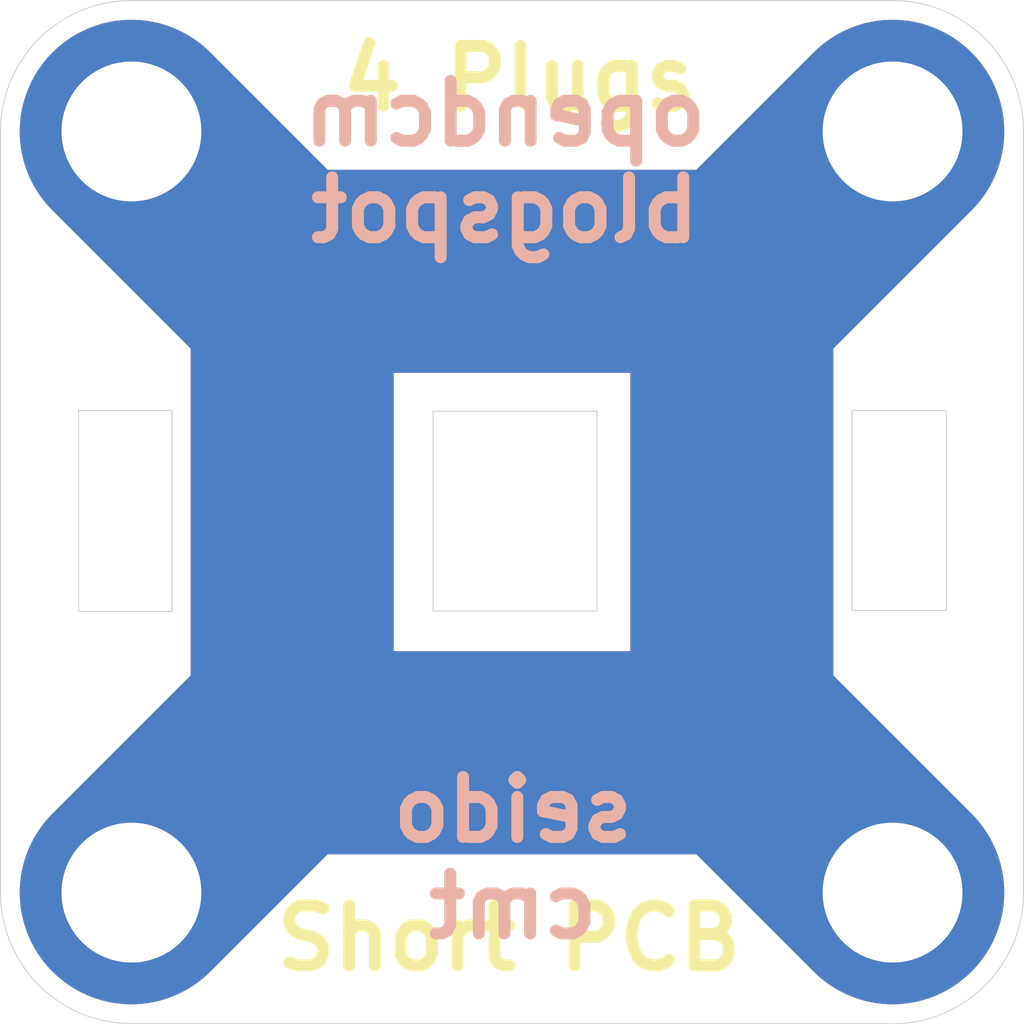
<source format=kicad_pcb>
(kicad_pcb (version 20171130) (host pcbnew 5.0.2-bee76a0~70~ubuntu14.04.1)

  (general
    (thickness 1.6)
    (drawings 24)
    (tracks 23)
    (zones 0)
    (modules 4)
    (nets 2)
  )

  (page A4)
  (layers
    (0 F.Cu signal)
    (31 B.Cu signal)
    (32 B.Adhes user)
    (33 F.Adhes user)
    (34 B.Paste user)
    (35 F.Paste user)
    (36 B.SilkS user)
    (37 F.SilkS user)
    (38 B.Mask user)
    (39 F.Mask user)
    (40 Dwgs.User user)
    (41 Cmts.User user)
    (42 Eco1.User user)
    (43 Eco2.User user)
    (44 Edge.Cuts user)
    (45 Margin user)
    (46 B.CrtYd user)
    (47 F.CrtYd user)
    (48 B.Fab user)
    (49 F.Fab user)
  )

  (setup
    (last_trace_width 0.25)
    (trace_clearance 0.2)
    (zone_clearance 0.508)
    (zone_45_only no)
    (trace_min 0.2)
    (segment_width 0.2)
    (edge_width 0.0254)
    (via_size 0.8)
    (via_drill 0.4)
    (via_min_size 0.4)
    (via_min_drill 0.3)
    (uvia_size 0.3)
    (uvia_drill 0.1)
    (uvias_allowed no)
    (uvia_min_size 0.2)
    (uvia_min_drill 0.1)
    (pcb_text_width 0.3)
    (pcb_text_size 1.5 1.5)
    (mod_edge_width 0.15)
    (mod_text_size 1 1)
    (mod_text_width 0.15)
    (pad_size 7 7)
    (pad_drill 3.5)
    (pad_to_mask_clearance 0.2)
    (solder_mask_min_width 0.25)
    (aux_axis_origin 143.129 111.76)
    (grid_origin 143.129 92.71)
    (visible_elements FFFFFFFF)
    (pcbplotparams
      (layerselection 0x010fc_ffffffff)
      (usegerberextensions false)
      (usegerberattributes false)
      (usegerberadvancedattributes false)
      (creategerberjobfile false)
      (excludeedgelayer true)
      (linewidth 0.100000)
      (plotframeref false)
      (viasonmask false)
      (mode 1)
      (useauxorigin false)
      (hpglpennumber 1)
      (hpglpenspeed 20)
      (hpglpendiameter 15.000000)
      (psnegative false)
      (psa4output false)
      (plotreference true)
      (plotvalue true)
      (plotinvisibletext false)
      (padsonsilk false)
      (subtractmaskfromsilk false)
      (outputformat 1)
      (mirror false)
      (drillshape 1)
      (scaleselection 1)
      (outputdirectory ""))
  )

  (net 0 "")
  (net 1 GND)

  (net_class Default "This is the default net class."
    (clearance 0.2)
    (trace_width 0.25)
    (via_dia 0.8)
    (via_drill 0.4)
    (uvia_dia 0.3)
    (uvia_drill 0.1)
    (add_net GND)
  )

  (module 4W_Short_D:VIA (layer F.Cu) (tedit 5C055CDB) (tstamp 5AE36C0B)
    (at 199.5678 108.204 270)
    (path /5AE367CF)
    (fp_text reference U3 (at 0 0.5 270) (layer F.SilkS)
      (effects (font (size 1 1) (thickness 0.15)))
    )
    (fp_text value VIA (at 0 -0.5 270) (layer F.Fab)
      (effects (font (size 1 1) (thickness 0.15)))
    )
    (pad 1 thru_hole circle (at 0 0 270) (size 5 5) (drill 3.5) (layers *.Cu *.Mask)
      (net 1 GND))
  )

  (module 4W_Short_D:VIA (layer F.Cu) (tedit 5C055CDB) (tstamp 5AE36BFF)
    (at 180.5178 108.204 270)
    (path /5AE3685D)
    (fp_text reference U4 (at 0 0.5 270) (layer F.SilkS)
      (effects (font (size 1 1) (thickness 0.15)))
    )
    (fp_text value VIA (at 0 -0.5 270) (layer F.Fab)
      (effects (font (size 1 1) (thickness 0.15)))
    )
    (pad 1 thru_hole circle (at 0 0 270) (size 5 5) (drill 3.5) (layers *.Cu *.Mask)
      (net 1 GND))
  )

  (module 4W_Short_D:VIA (layer F.Cu) (tedit 5C055CDB) (tstamp 5AE36C17)
    (at 180.5178 89.154 270)
    (path /5AE366F5)
    (fp_text reference U2 (at 0 0.5 270) (layer F.SilkS)
      (effects (font (size 1 1) (thickness 0.15)))
    )
    (fp_text value VIA (at 0 -0.5 270) (layer F.Fab)
      (effects (font (size 1 1) (thickness 0.15)))
    )
    (pad 1 thru_hole circle (at 0 0 270) (size 5 5) (drill 3.5) (layers *.Cu *.Mask)
      (net 1 GND))
  )

  (module 4W_Short_D:VIA (layer F.Cu) (tedit 5C055CDB) (tstamp 5AE36BF3)
    (at 199.5678 89.154 270)
    (path /5AE36678)
    (fp_text reference U1 (at 0 0.5 270) (layer F.SilkS)
      (effects (font (size 1 1) (thickness 0.15)))
    )
    (fp_text value VIA (at 0 -0.5 270) (layer F.Fab)
      (effects (font (size 1 1) (thickness 0.15)))
    )
    (pad 1 thru_hole circle (at 0 0 270) (size 5 5) (drill 3.5) (layers *.Cu *.Mask)
      (net 1 GND))
  )

  (gr_text "seido\ncmt" (at 190.0682 107.3404) (layer B.SilkS) (tstamp 5C056AE8)
    (effects (font (size 1.5 1.5) (thickness 0.3)) (justify mirror))
  )
  (gr_text "opendcm\nblogspot" (at 189.865 89.916) (layer B.SilkS) (tstamp 5C0566A1)
    (effects (font (size 1.5 1.5) (thickness 0.3)) (justify mirror))
  )
  (gr_line (start 199.39 111.4806) (end 180.5178 111.4806) (layer Edge.Cuts) (width 0.0254) (tstamp 5C055DE0))
  (gr_text "4 Plugs" (at 190.2206 87.8332) (layer F.SilkS) (tstamp 5B0EF8F6)
    (effects (font (size 1.5 1.5) (thickness 0.3)))
  )
  (gr_text "Short PCB" (at 189.9666 109.347) (layer F.SilkS)
    (effects (font (size 1.5 1.5) (thickness 0.3)))
  )
  (gr_line (start 181.5338 96.139) (end 179.197 96.139) (layer Edge.Cuts) (width 0.0254) (tstamp 5B0EEF41))
  (gr_line (start 181.5338 96.139) (end 181.5338 101.1682) (layer Edge.Cuts) (width 0.0254) (tstamp 5B0EEF40))
  (gr_line (start 179.197 101.1682) (end 181.5338 101.1682) (layer Edge.Cuts) (width 0.0254) (tstamp 5B0EEF3F))
  (gr_line (start 179.197 96.139) (end 179.197 101.1682) (layer Edge.Cuts) (width 0.0254) (tstamp 5B0EEF3E))
  (gr_line (start 200.914 96.139) (end 200.9168 101.1286) (layer Edge.Cuts) (width 0.0254) (tstamp 5B0EEF11))
  (gr_line (start 198.5518 96.139) (end 198.5518 101.1428) (layer Edge.Cuts) (width 0.0254) (tstamp 5B0EEEDA))
  (gr_line (start 192.1678 101.154) (end 188.0678 101.154) (layer Edge.Cuts) (width 0.0254) (tstamp 5B0EEDE5))
  (gr_line (start 188.0678 96.154) (end 188.0678 101.154918) (layer Edge.Cuts) (width 0.0254) (tstamp 5B0EEDDD))
  (gr_line (start 192.1678 96.154) (end 188.0678 96.154) (layer Edge.Cuts) (width 0.0254) (tstamp 5B0EEA38))
  (gr_line (start 192.1678 96.154) (end 192.1678 101.154) (layer Edge.Cuts) (width 0.0254) (tstamp 5B0EEA35))
  (gr_line (start 198.5518 101.1428) (end 200.914 101.1428) (layer Edge.Cuts) (width 0.0254))
  (gr_line (start 200.914 96.139) (end 198.5518 96.139) (layer Edge.Cuts) (width 0.0254) (tstamp 5AEBEAD6))
  (gr_line (start 199.5678 85.8774) (end 180.5178 85.8774) (layer Edge.Cuts) (width 0.0254))
  (gr_line (start 202.8444 108.2802) (end 202.8444 89.2302) (layer Edge.Cuts) (width 0.0254))
  (gr_line (start 177.2412 89.154) (end 177.2412 108.204) (layer Edge.Cuts) (width 0.0254) (tstamp 5AEBEA33))
  (gr_arc (start 199.563864 108.204021) (end 199.386064 111.480621) (angle -91.7757634) (layer Edge.Cuts) (width 0.0254))
  (gr_arc (start 199.5678 89.154) (end 202.8444 89.2302) (angle -91.33221985) (layer Edge.Cuts) (width 0.0254))
  (gr_arc (start 180.5178 89.154) (end 180.5178 85.8774) (angle -90) (layer Edge.Cuts) (width 0.0254))
  (gr_arc (start 180.5178 108.204) (end 177.2412 108.204) (angle -90) (layer Edge.Cuts) (width 0.0254))

  (segment (start 184.017799 92.653999) (end 180.5178 89.154) (width 5.588) (layer F.Cu) (net 1))
  (segment (start 196.067801 92.653999) (end 184.017799 92.653999) (width 5.08) (layer F.Cu) (net 1))
  (segment (start 184.54051 93.17671) (end 184.54051 104.18129) (width 5.08) (layer F.Cu) (net 1))
  (segment (start 180.5178 89.154) (end 184.54051 93.17671) (width 5.08) (layer F.Cu) (net 1))
  (segment (start 196.067801 104.704001) (end 199.5678 108.204) (width 5.588) (layer F.Cu) (net 1))
  (segment (start 184.017799 104.704001) (end 196.067801 104.704001) (width 5.08) (layer F.Cu) (net 1))
  (segment (start 180.5178 108.204) (end 184.017799 104.704001) (width 5.588) (layer F.Cu) (net 1))
  (segment (start 195.54509 93.17671) (end 196.067801 92.653999) (width 5.08) (layer F.Cu) (net 1))
  (segment (start 195.54509 104.18129) (end 195.54509 93.17671) (width 5.08) (layer F.Cu) (net 1))
  (segment (start 196.067801 92.653999) (end 199.5678 89.154) (width 5.588) (layer F.Cu) (net 1))
  (segment (start 199.5678 108.204) (end 195.54509 104.18129) (width 5.08) (layer F.Cu) (net 1))
  (segment (start 196.067801 92.653999) (end 184.017799 92.653999) (width 5.08) (layer B.Cu) (net 1))
  (segment (start 199.5678 89.154) (end 196.067801 92.653999) (width 5.588) (layer B.Cu) (net 1))
  (segment (start 195.54509 104.18129) (end 196.067801 104.704001) (width 5.08) (layer B.Cu) (net 1))
  (segment (start 195.54509 93.17671) (end 195.54509 104.18129) (width 5.08) (layer B.Cu) (net 1))
  (segment (start 199.5678 89.154) (end 195.54509 93.17671) (width 5.08) (layer B.Cu) (net 1))
  (segment (start 184.017799 104.704001) (end 180.5178 108.204) (width 5.588) (layer B.Cu) (net 1))
  (segment (start 196.067801 104.704001) (end 184.017799 104.704001) (width 5.08) (layer B.Cu) (net 1))
  (segment (start 199.5678 108.204) (end 196.067801 104.704001) (width 5.588) (layer B.Cu) (net 1))
  (segment (start 184.017799 92.653999) (end 180.5178 89.154) (width 5.588) (layer B.Cu) (net 1))
  (segment (start 184.54051 93.17671) (end 184.017799 92.653999) (width 5.08) (layer B.Cu) (net 1))
  (segment (start 184.54051 104.18129) (end 184.54051 93.17671) (width 5.08) (layer B.Cu) (net 1))
  (segment (start 180.5178 108.204) (end 184.54051 104.18129) (width 5.08) (layer B.Cu) (net 1))

)

</source>
